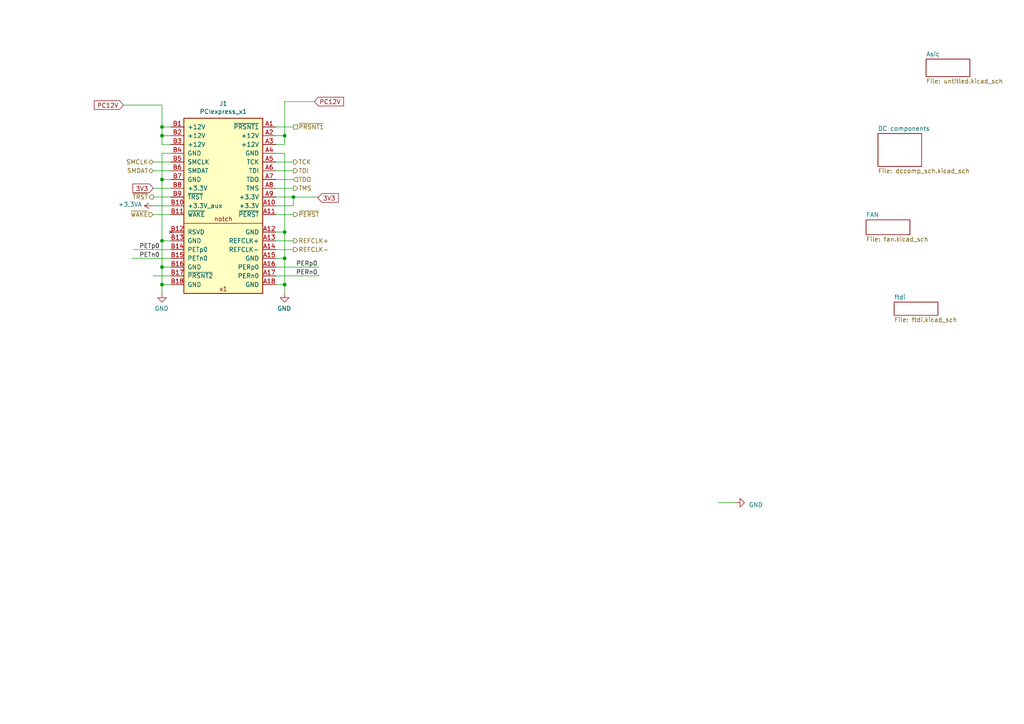
<source format=kicad_sch>
(kicad_sch (version 20230121) (generator eeschema)
  (paper "A4")
  (lib_symbols
    (symbol "PCIexpress:PCIexpress_x1" (pin_names (offset 1.016))
      (property "Reference" "J" (at 0 3.81 0))
      (property "Value" "PCIexpress_x1" (at 0 1.27 0))
      (symbol "PCIexpress_x1_0_0"
        (text "notch" (at 0 -29.21 0) (effects (font (size 1.27 1.27))))
        (text "x1" (at 0 -49.53 0) (effects (font (size 1.27 1.27))))
      )
      (symbol "PCIexpress_x1_0_1"
        (polyline (pts (xy 11.43 -30.48) (xy -11.43 -30.48)))
      )
      (symbol "PCIexpress_x1_1_1"
        (rectangle (start 11.43 0) (end -11.43 -50.8) (stroke (width 0.254)) (fill (type background)))
        (pin passive line (at 15.24 -2.54 180) (length 3.81) (name "~{PRSNT1}") (number "A1"))
        (pin power_out line (at 15.24 -25.4 180) (length 3.81) (name "+3.3V") (number "A10"))
        (pin output line (at 15.24 -27.94 180) (length 3.81) (name "~{PERST}") (number "A11"))
        (pin power_out line (at 15.24 -33.02 180) (length 3.81) (name "GND") (number "A12"))
        (pin output line (at 15.24 -35.56 180) (length 3.81) (name "REFCLK+") (number "A13"))
        (pin output line (at 15.24 -38.1 180) (length 3.81) (name "REFCLK-") (number "A14"))
        (pin power_out line (at 15.24 -40.64 180) (length 3.81) (name "GND") (number "A15"))
        (pin input line (at 15.24 -43.18 180) (length 3.81) (name "PERp0") (number "A16"))
        (pin input line (at 15.24 -45.72 180) (length 3.81) (name "PERn0") (number "A17"))
        (pin power_out line (at 15.24 -48.26 180) (length 3.81) (name "GND") (number "A18"))
        (pin power_out line (at 15.24 -5.08 180) (length 3.81) (name "+12V") (number "A2"))
        (pin power_out line (at 15.24 -7.62 180) (length 3.81) (name "+12V") (number "A3"))
        (pin power_out line (at 15.24 -10.16 180) (length 3.81) (name "GND") (number "A4"))
        (pin output line (at 15.24 -12.7 180) (length 3.81) (name "TCK") (number "A5"))
        (pin output line (at 15.24 -15.24 180) (length 3.81) (name "TDI") (number "A6"))
        (pin input line (at 15.24 -17.78 180) (length 3.81) (name "TDO") (number "A7"))
        (pin output line (at 15.24 -20.32 180) (length 3.81) (name "TMS") (number "A8"))
        (pin power_out line (at 15.24 -22.86 180) (length 3.81) (name "+3.3V") (number "A9"))
        (pin power_out line (at -15.24 -2.54 0) (length 3.81) (name "+12V") (number "B1"))
        (pin power_out line (at -15.24 -25.4 0) (length 3.81) (name "+3.3V_aux") (number "B10"))
        (pin open_collector line (at -15.24 -27.94 0) (length 3.81) (name "~{WAKE}") (number "B11"))
        (pin no_connect line (at -15.24 -33.02 0) (length 3.81) (name "RSVD") (number "B12"))
        (pin power_out line (at -15.24 -35.56 0) (length 3.81) (name "GND") (number "B13"))
        (pin output line (at -15.24 -38.1 0) (length 3.81) (name "PETp0") (number "B14"))
        (pin output line (at -15.24 -40.64 0) (length 3.81) (name "PETn0") (number "B15"))
        (pin power_out line (at -15.24 -43.18 0) (length 3.81) (name "GND") (number "B16"))
        (pin passive line (at -15.24 -45.72 0) (length 3.81) (name "~{PRSNT2}") (number "B17"))
        (pin power_out line (at -15.24 -48.26 0) (length 3.81) (name "GND") (number "B18"))
        (pin power_out line (at -15.24 -5.08 0) (length 3.81) (name "+12V") (number "B2"))
        (pin power_out line (at -15.24 -7.62 0) (length 3.81) (name "+12V") (number "B3"))
        (pin power_out line (at -15.24 -10.16 0) (length 3.81) (name "GND") (number "B4"))
        (pin open_collector line (at -15.24 -12.7 0) (length 3.81) (name "SMCLK") (number "B5"))
        (pin open_collector line (at -15.24 -15.24 0) (length 3.81) (name "SMDAT") (number "B6"))
        (pin power_out line (at -15.24 -17.78 0) (length 3.81) (name "GND") (number "B7"))
        (pin power_out line (at -15.24 -20.32 0) (length 3.81) (name "+3.3V") (number "B8"))
        (pin output line (at -15.24 -22.86 0) (length 3.81) (name "~{TRST}") (number "B9"))
      )
    )
    (symbol "power:+3.3VA" (power) (pin_names (offset 0))
      (property "Value" "+3.3VA" (at 0 3.556 0))
      (symbol "+3.3VA_0_1"
        (polyline (pts (xy -0.762 1.27) (xy 0 2.54)))
        (polyline (pts (xy 0 0) (xy 0 2.54)))
        (polyline (pts (xy 0 2.54) (xy 0.762 1.27)))
      )
      (symbol "+3.3VA_1_1"
        (pin power_in line (at 0 0 90) (length 0) hide (name "+3.3VA") (number "1"))
      )
    )
    (symbol "power:GND" (power) (pin_names (offset 0))
      (property "Value" "GND" (at 0 -3.81 0))
      (symbol "GND_0_1"
        (polyline (pts (xy 0 0) (xy 0 -1.27) (xy 1.27 -1.27) (xy 0 -2.54) (xy -1.27 -1.27) (xy 0 -1.27)))
      )
      (symbol "GND_1_1"
        (pin power_in line (at 0 0 270) (length 0) hide (name "GND") (number "1"))
      )
    )
  )
  (junction (at 82.55 39.37))
  (junction (at 82.55 67.31))
  (junction (at 82.55 74.93))
  (junction (at 46.99 77.47))
  (junction (at 46.99 39.37))
  (junction (at 46.99 36.83))
  (junction (at 46.99 69.85))
  (junction (at 46.99 52.07))
  (junction (at 85.09 57.15))
  (junction (at 82.55 82.55))
  (junction (at 46.99 82.55))
  (wire (pts (xy 82.55 29.464) (xy 91.186 29.464)))
  (wire (pts (xy 80.01 80.01) (xy 92.456 80.01)))
  (wire (pts (xy 46.99 44.45) (xy 49.53 44.45)))
  (wire (pts (xy 44.45 49.53) (xy 49.53 49.53)))
  (wire (pts (xy 49.53 82.55) (xy 46.99 82.55)))
  (wire (pts (xy 46.99 82.55) (xy 46.99 77.47)))
  (wire (pts (xy 92.202 57.15) (xy 92.202 57.404)))
  (wire (pts (xy 208.28 145.796) (xy 213.36 145.796)))
  (wire (pts (xy 44.45 59.69) (xy 49.53 59.69)))
  (wire (pts (xy 49.53 77.47) (xy 46.99 77.47)))
  (wire (pts (xy 44.45 46.99) (xy 49.53 46.99)))
  (wire (pts (xy 82.55 41.91) (xy 82.55 39.37)))
  (wire (pts (xy 46.99 85.09) (xy 46.99 82.55)))
  (wire (pts (xy 85.09 57.15) (xy 92.202 57.15)))
  (wire (pts (xy 82.55 44.45) (xy 80.01 44.45)))
  (wire (pts (xy 82.55 39.37) (xy 80.01 39.37)))
  (wire (pts (xy 49.53 52.07) (xy 46.99 52.07)))
  (wire (pts (xy 80.01 57.15) (xy 85.09 57.15)))
  (wire (pts (xy 49.53 41.91) (xy 46.99 41.91)))
  (wire (pts (xy 49.53 80.01) (xy 44.45 80.01)))
  (wire (pts (xy 44.45 62.23) (xy 49.53 62.23)))
  (wire (pts (xy 80.01 67.31) (xy 82.55 67.31)))
  (wire (pts (xy 46.99 41.91) (xy 46.99 39.37)))
  (wire (pts (xy 80.01 82.55) (xy 82.55 82.55)))
  (wire (pts (xy 46.99 39.37) (xy 46.99 36.83)))
  (wire (pts (xy 49.53 36.83) (xy 46.99 36.83)))
  (wire (pts (xy 38.354 74.93) (xy 49.53 74.93)))
  (wire (pts (xy 80.01 74.93) (xy 82.55 74.93)))
  (wire (pts (xy 46.99 52.07) (xy 46.99 44.45)))
  (wire (pts (xy 80.01 69.85) (xy 85.09 69.85)))
  (wire (pts (xy 82.55 29.464) (xy 82.55 39.37)))
  (wire (pts (xy 82.55 67.31) (xy 82.55 74.93)))
  (wire (pts (xy 80.01 77.47) (xy 92.456 77.47)))
  (wire (pts (xy 82.55 74.93) (xy 82.55 82.55)))
  (wire (pts (xy 46.99 77.47) (xy 46.99 69.85)))
  (wire (pts (xy 46.99 69.85) (xy 46.99 52.07)))
  (wire (pts (xy 80.01 49.53) (xy 85.09 49.53)))
  (wire (pts (xy 44.45 54.61) (xy 49.53 54.61)))
  (wire (pts (xy 85.09 57.15) (xy 85.09 59.69)))
  (wire (pts (xy 80.01 36.83) (xy 85.09 36.83)))
  (wire (pts (xy 82.55 44.45) (xy 82.55 67.31)))
  (wire (pts (xy 46.99 39.37) (xy 49.53 39.37)))
  (wire (pts (xy 46.99 30.48) (xy 46.99 36.83)))
  (wire (pts (xy 80.01 72.39) (xy 85.09 72.39)))
  (wire (pts (xy 49.53 69.85) (xy 46.99 69.85)))
  (wire (pts (xy 80.01 46.99) (xy 85.09 46.99)))
  (wire (pts (xy 80.01 59.69) (xy 85.09 59.69)))
  (wire (pts (xy 80.01 54.61) (xy 85.09 54.61)))
  (wire (pts (xy 44.45 57.15) (xy 49.53 57.15)))
  (wire (pts (xy 38.608 72.39) (xy 49.53 72.39)))
  (wire (pts (xy 35.814 30.48) (xy 46.99 30.48)))
  (wire (pts (xy 82.55 85.09) (xy 82.55 82.55)))
  (wire (pts (xy 80.01 62.23) (xy 85.09 62.23)))
  (wire (pts (xy 80.01 52.07) (xy 85.09 52.07)))
  (wire (pts (xy 80.01 41.91) (xy 82.55 41.91)))
  (wire (pts (xy 92.456 79.756) (xy 92.456 80.01)))
  (label "PETp0" (at 40.386 72.39 0))
  (label "PERn0" (at 85.852 80.01 0))
  (label "PETn0" (at 40.386 74.93 0))
  (label "PERp0" (at 85.852 77.47 0))
  (global_label "3V3" (shape input) (at 92.202 57.404 0) (property "Intersheetrefs" "${INTERSHEET_REFS}" (effects hide)))
  (global_label "PC12V" (shape input) (at 35.814 30.48 180) (property "Intersheetrefs" "${INTERSHEET_REFS}" (effects hide)))
  (global_label "PC12V" (shape input) (at 91.186 29.464 0) (property "Intersheetrefs" "${INTERSHEET_REFS}" (effects hide)))
  (global_label "3V3" (shape input) (at 44.45 54.61 180) (property "Intersheetrefs" "${INTERSHEET_REFS}" (effects hide)))
  (hierarchical_label "TMS" (shape output) (at 85.09 54.61 0))
  (hierarchical_label "TDI" (shape output) (at 85.09 49.53 0))
  (hierarchical_label "TCK" (shape output) (at 85.09 46.99 0))
  (hierarchical_label "SMCLK" (shape bidirectional) (at 44.45 46.99 180))
  (hierarchical_label "SMDAT" (shape bidirectional) (at 44.45 49.53 180))
  (hierarchical_label "REFCLK-" (shape output) (at 85.09 72.39 0))
  (hierarchical_label "~{TRST}" (shape output) (at 44.45 57.15 180))
  (hierarchical_label "TDO" (shape input) (at 85.09 52.07 0))
  (hierarchical_label "~{PERST}" (shape output) (at 85.09 62.23 0))
  (hierarchical_label "REFCLK+" (shape output) (at 85.09 69.85 0))
  (hierarchical_label "~{WAKE}" (shape input) (at 44.45 62.23 180))
  (hierarchical_label "~{PRSNT1}" (shape passive) (at 85.09 36.83 0))
  (symbol (lib_id "power:GND") (at 213.36 145.796 90) (unit 1)
    (property "Reference" "#PWR015" (effects hide))
    (property "Value" "GND" (at 217.17 146.431 90) (effects (justify right)))
  )
  (symbol (lib_id "power:GND") (at 46.99 85.09 0) (mirror y) (unit 1)
    (property "Reference" "#PWR04" (effects hide))
    (property "Value" "GND" (at 46.863 89.4842 0))
  )
  (symbol (lib_id "power:GND") (at 82.55 85.09 0) (mirror y) (unit 1)
    (property "Reference" "#PWR06" (effects hide))
    (property "Value" "GND" (at 82.423 89.4842 0))
  )
  (symbol (lib_id "power:+3.3VA") (at 44.45 59.69 90) (unit 1)
    (property "Reference" "#PWR02" (effects hide))
    (property "Value" "+3.3VA" (at 41.2242 59.309 90) (effects (justify left)))
  )
  (symbol (lib_id "PCIexpress:PCIexpress_x1") (at 64.77 34.29 0) (unit 1)
    (property "Reference" "J1" (at 64.77 30.0482 0))
    (property "Value" "PCIexpress_x1" (at 64.77 32.3596 0))
    (property "Footprint" "Custom:PCIE1XSMALL" (effects hide))
  )
  (sheet (at 254.635 38.735) (size 12.7 9.525) (stroke (width 0.1524))
    (property "Sheetname" "DC components" (at 254.635 38.0234 0) (effects (justify left bottom)))
    (property "Sheetfile" "dccomp_sch.kicad_sch" (at 254.635 48.8446 0) (effects (justify left top)))
  )
  (sheet (at 251.206 63.754) (size 12.7 4.318) (stroke (width 0.1524))
    (property "Sheetname" "FAN" (at 251.206 63.0424 0) (effects (justify left bottom)))
    (property "Sheetfile" "fan.kicad_sch" (at 251.206 68.6566 0) (effects (justify left top)))
  )
  (sheet (at 268.605 17.145) (size 12.7 5.08) (stroke (width 0.1524))
    (property "Sheetname" "Asic" (at 268.605 16.4334 0) (effects (justify left bottom)))
    (property "Sheetfile" "untitled.kicad_sch" (at 268.605 22.8096 0) (effects (justify left top)))
  )
  (sheet (at 259.334 87.63) (size 12.7 3.81) (stroke (width 0.1524))
    (property "Sheetname" "ftdi" (at 259.334 86.9184 0) (effects (justify left bottom)))
    (property "Sheetfile" "ftdi.kicad_sch" (at 259.334 92.0246 0) (effects (justify left top)))
  )
)
</source>
